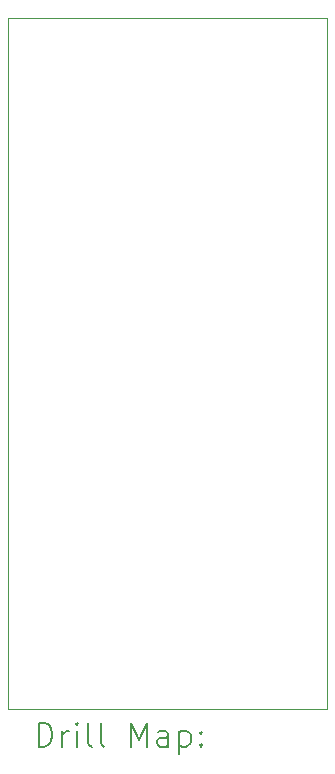
<source format=gbr>
%TF.GenerationSoftware,KiCad,Pcbnew,8.0.1*%
%TF.CreationDate,2024-04-25T21:14:01-06:00*%
%TF.ProjectId,Small_PCB,536d616c-6c5f-4504-9342-2e6b69636164,rev?*%
%TF.SameCoordinates,Original*%
%TF.FileFunction,Drillmap*%
%TF.FilePolarity,Positive*%
%FSLAX45Y45*%
G04 Gerber Fmt 4.5, Leading zero omitted, Abs format (unit mm)*
G04 Created by KiCad (PCBNEW 8.0.1) date 2024-04-25 21:14:01*
%MOMM*%
%LPD*%
G01*
G04 APERTURE LIST*
%ADD10C,0.050000*%
%ADD11C,0.200000*%
G04 APERTURE END LIST*
D10*
X9000000Y-6650000D02*
X11700000Y-6650000D01*
X11700000Y-12500000D01*
X9000000Y-12500000D01*
X9000000Y-6650000D01*
D11*
X9258277Y-12813984D02*
X9258277Y-12613984D01*
X9258277Y-12613984D02*
X9305896Y-12613984D01*
X9305896Y-12613984D02*
X9334467Y-12623508D01*
X9334467Y-12623508D02*
X9353515Y-12642555D01*
X9353515Y-12642555D02*
X9363039Y-12661603D01*
X9363039Y-12661603D02*
X9372563Y-12699698D01*
X9372563Y-12699698D02*
X9372563Y-12728269D01*
X9372563Y-12728269D02*
X9363039Y-12766365D01*
X9363039Y-12766365D02*
X9353515Y-12785412D01*
X9353515Y-12785412D02*
X9334467Y-12804460D01*
X9334467Y-12804460D02*
X9305896Y-12813984D01*
X9305896Y-12813984D02*
X9258277Y-12813984D01*
X9458277Y-12813984D02*
X9458277Y-12680650D01*
X9458277Y-12718746D02*
X9467801Y-12699698D01*
X9467801Y-12699698D02*
X9477324Y-12690174D01*
X9477324Y-12690174D02*
X9496372Y-12680650D01*
X9496372Y-12680650D02*
X9515420Y-12680650D01*
X9582086Y-12813984D02*
X9582086Y-12680650D01*
X9582086Y-12613984D02*
X9572563Y-12623508D01*
X9572563Y-12623508D02*
X9582086Y-12633031D01*
X9582086Y-12633031D02*
X9591610Y-12623508D01*
X9591610Y-12623508D02*
X9582086Y-12613984D01*
X9582086Y-12613984D02*
X9582086Y-12633031D01*
X9705896Y-12813984D02*
X9686848Y-12804460D01*
X9686848Y-12804460D02*
X9677324Y-12785412D01*
X9677324Y-12785412D02*
X9677324Y-12613984D01*
X9810658Y-12813984D02*
X9791610Y-12804460D01*
X9791610Y-12804460D02*
X9782086Y-12785412D01*
X9782086Y-12785412D02*
X9782086Y-12613984D01*
X10039229Y-12813984D02*
X10039229Y-12613984D01*
X10039229Y-12613984D02*
X10105896Y-12756841D01*
X10105896Y-12756841D02*
X10172563Y-12613984D01*
X10172563Y-12613984D02*
X10172563Y-12813984D01*
X10353515Y-12813984D02*
X10353515Y-12709222D01*
X10353515Y-12709222D02*
X10343991Y-12690174D01*
X10343991Y-12690174D02*
X10324944Y-12680650D01*
X10324944Y-12680650D02*
X10286848Y-12680650D01*
X10286848Y-12680650D02*
X10267801Y-12690174D01*
X10353515Y-12804460D02*
X10334467Y-12813984D01*
X10334467Y-12813984D02*
X10286848Y-12813984D01*
X10286848Y-12813984D02*
X10267801Y-12804460D01*
X10267801Y-12804460D02*
X10258277Y-12785412D01*
X10258277Y-12785412D02*
X10258277Y-12766365D01*
X10258277Y-12766365D02*
X10267801Y-12747317D01*
X10267801Y-12747317D02*
X10286848Y-12737793D01*
X10286848Y-12737793D02*
X10334467Y-12737793D01*
X10334467Y-12737793D02*
X10353515Y-12728269D01*
X10448753Y-12680650D02*
X10448753Y-12880650D01*
X10448753Y-12690174D02*
X10467801Y-12680650D01*
X10467801Y-12680650D02*
X10505896Y-12680650D01*
X10505896Y-12680650D02*
X10524944Y-12690174D01*
X10524944Y-12690174D02*
X10534467Y-12699698D01*
X10534467Y-12699698D02*
X10543991Y-12718746D01*
X10543991Y-12718746D02*
X10543991Y-12775888D01*
X10543991Y-12775888D02*
X10534467Y-12794936D01*
X10534467Y-12794936D02*
X10524944Y-12804460D01*
X10524944Y-12804460D02*
X10505896Y-12813984D01*
X10505896Y-12813984D02*
X10467801Y-12813984D01*
X10467801Y-12813984D02*
X10448753Y-12804460D01*
X10629705Y-12794936D02*
X10639229Y-12804460D01*
X10639229Y-12804460D02*
X10629705Y-12813984D01*
X10629705Y-12813984D02*
X10620182Y-12804460D01*
X10620182Y-12804460D02*
X10629705Y-12794936D01*
X10629705Y-12794936D02*
X10629705Y-12813984D01*
X10629705Y-12690174D02*
X10639229Y-12699698D01*
X10639229Y-12699698D02*
X10629705Y-12709222D01*
X10629705Y-12709222D02*
X10620182Y-12699698D01*
X10620182Y-12699698D02*
X10629705Y-12690174D01*
X10629705Y-12690174D02*
X10629705Y-12709222D01*
M02*

</source>
